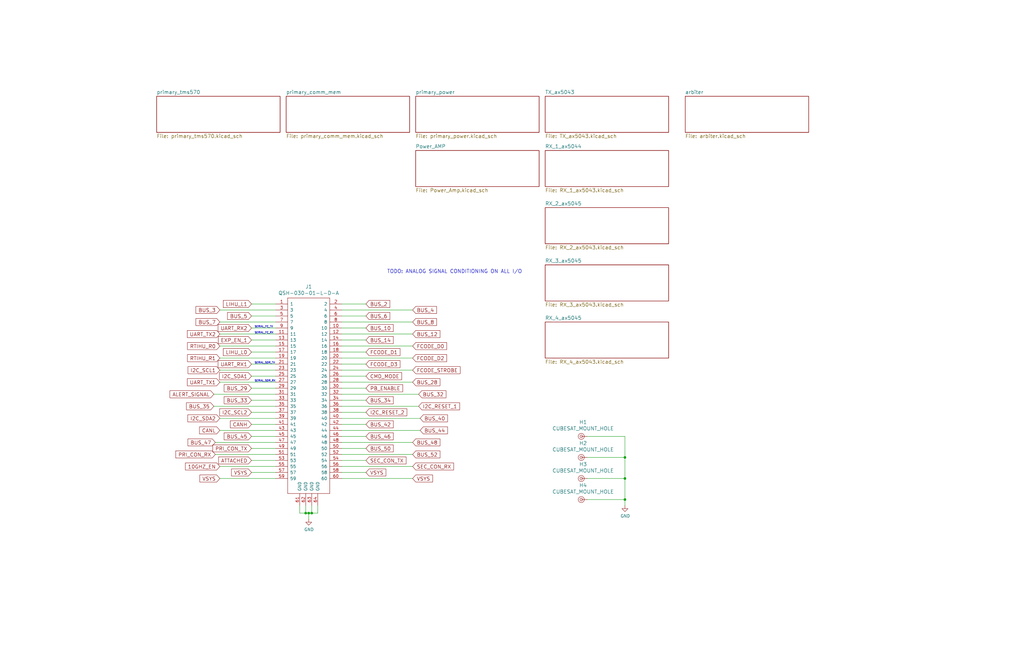
<source format=kicad_sch>
(kicad_sch (version 20211123) (generator eeschema)
  (paper "USLedger")
  (title_block (title "Radiation Tolerant Internal Housekeeping Unit (IHU)") (date "2019-12-23") (rev "1.1") (company "AMSAT-NA") (comment 1 "Z. Metzinger"))
  (lib_symbols
    (symbol "rtihu-rescue:CUBESAT_MOUNT_HOLE" (pin_numbers hide) (pin_names (offset 0) hide)
      (property "Reference" "H" (at 0 -3.302 0))
      (property "Value" "CUBESAT_MOUNT_HOLE" (at 0 6.35 0))
      (symbol "CUBESAT_MOUNT_HOLE_0_1"
        (circle (center 0 0) (radius 0.5588))
        (circle (center 0 0) (radius 1.27))
      )
      (symbol "CUBESAT_MOUNT_HOLE_1_1"
        (pin passive line (at 2.54 0 180) (length 2.54) (name "1") (number "1"))
      )
    )
    (symbol "rtihu-rescue:GND" (power) (pin_names (offset 0))
      (property "Value" "GND" (at 0 -3.81 0))
      (symbol "GND_0_1"
        (polyline (pts (xy 0 0) (xy 0 -1.27) (xy 1.27 -1.27) (xy 0 -2.54) (xy -1.27 -1.27) (xy 0 -1.27)))
      )
      (symbol "GND_1_1"
        (pin power_in line (at 0 0 270) (length 0) hide (name "GND") (number "1"))
      )
    )
    (symbol "rtihu-rescue:QSH-030-01-L-D-A" (pin_names (offset 1.016))
      (property "Reference" "J" (at 11.43 -41.91 0))
      (property "Value" "QSH-030-01-L-D-A" (at 0 41.91 0))
      (symbol "QSH-030-01-L-D-A_0_1"
        (rectangle (start -8.89 39.37) (end 8.89 -43.18))
      )
      (symbol "QSH-030-01-L-D-A_1_1"
        (pin passive line (at -13.97 36.83 0) (length 5.08) (name "1") (number "1"))
        (pin passive line (at 13.97 26.67 180) (length 5.08) (name "10") (number "10"))
        (pin passive line (at -13.97 24.13 0) (length 5.08) (name "11") (number "11"))
        (pin passive line (at 13.97 24.13 180) (length 5.08) (name "12") (number "12"))
        (pin passive line (at -13.97 21.59 0) (length 5.08) (name "13") (number "13"))
        (pin passive line (at 13.97 21.59 180) (length 5.08) (name "14") (number "14"))
        (pin passive line (at -13.97 19.05 0) (length 5.08) (name "15") (number "15"))
        (pin passive line (at 13.97 19.05 180) (length 5.08) (name "16") (number "16"))
        (pin passive line (at -13.97 16.51 0) (length 5.08) (name "17") (number "17"))
        (pin passive line (at 13.97 16.51 180) (length 5.08) (name "18") (number "18"))
        (pin passive line (at -13.97 13.97 0) (length 5.08) (name "19") (number "19"))
        (pin passive line (at 13.97 36.83 180) (length 5.08) (name "2") (number "2"))
        (pin passive line (at 13.97 13.97 180) (length 5.08) (name "20") (number "20"))
        (pin passive line (at -13.97 11.43 0) (length 5.08) (name "21") (number "21"))
        (pin passive line (at 13.97 11.43 180) (length 5.08) (name "22") (number "22"))
        (pin passive line (at -13.97 8.89 0) (length 5.08) (name "23") (number "23"))
        (pin passive line (at 13.97 8.89 180) (length 5.08) (name "24") (number "24"))
        (pin passive line (at -13.97 6.35 0) (length 5.08) (name "25") (number "25"))
        (pin passive line (at 13.97 6.35 180) (length 5.08) (name "26") (number "26"))
        (pin passive line (at -13.97 3.81 0) (length 5.08) (name "27") (number "27"))
        (pin passive line (at 13.97 3.81 180) (length 5.08) (name "28") (number "28"))
        (pin passive line (at -13.97 1.27 0) (length 5.08) (name "29") (number "29"))
        (pin passive line (at -13.97 34.29 0) (length 5.08) (name "3") (number "3"))
        (pin passive line (at 13.97 1.27 180) (length 5.08) (name "30") (number "30"))
        (pin passive line (at -13.97 -1.27 0) (length 5.08) (name "31") (number "31"))
        (pin passive line (at 13.97 -1.27 180) (length 5.08) (name "32") (number "32"))
        (pin passive line (at -13.97 -3.81 0) (length 5.08) (name "33") (number "33"))
        (pin passive line (at 13.97 -3.81 180) (length 5.08) (name "34") (number "34"))
        (pin passive line (at -13.97 -6.35 0) (length 5.08) (name "35") (number "35"))
        (pin passive line (at 13.97 -6.35 180) (length 5.08) (name "36") (number "36"))
        (pin passive line (at -13.97 -8.89 0) (length 5.08) (name "37") (number "37"))
        (pin passive line (at 13.97 -8.89 180) (length 5.08) (name "38") (number "38"))
        (pin passive line (at -13.97 -11.43 0) (length 5.08) (name "39") (number "39"))
        (pin passive line (at 13.97 34.29 180) (length 5.08) (name "4") (number "4"))
        (pin passive line (at 13.97 -11.43 180) (length 5.08) (name "40") (number "40"))
        (pin passive line (at -13.97 -13.97 0) (length 5.08) (name "41") (number "41"))
        (pin passive line (at 13.97 -13.97 180) (length 5.08) (name "42") (number "42"))
        (pin passive line (at -13.97 -16.51 0) (length 5.08) (name "43") (number "43"))
        (pin passive line (at 13.97 -16.51 180) (length 5.08) (name "44") (number "44"))
        (pin passive line (at -13.97 -19.05 0) (length 5.08) (name "45") (number "45"))
        (pin passive line (at 13.97 -19.05 180) (length 5.08) (name "46") (number "46"))
        (pin passive line (at -13.97 -21.59 0) (length 5.08) (name "47") (number "47"))
        (pin passive line (at 13.97 -21.59 180) (length 5.08) (name "48") (number "48"))
        (pin passive line (at -13.97 -24.13 0) (length 5.08) (name "49") (number "49"))
        (pin passive line (at -13.97 31.75 0) (length 5.08) (name "5") (number "5"))
        (pin passive line (at 13.97 -24.13 180) (length 5.08) (name "50") (number "50"))
        (pin passive line (at -13.97 -26.67 0) (length 5.08) (name "51") (number "51"))
        (pin passive line (at 13.97 -26.67 180) (length 5.08) (name "52") (number "52"))
        (pin passive line (at -13.97 -29.21 0) (length 5.08) (name "53") (number "53"))
        (pin passive line (at 13.97 -29.21 180) (length 5.08) (name "54") (number "54"))
        (pin passive line (at -13.97 -31.75 0) (length 5.08) (name "55") (number "55"))
        (pin passive line (at 13.97 -31.75 180) (length 5.08) (name "56") (number "56"))
        (pin passive line (at -13.97 -34.29 0) (length 5.08) (name "57") (number "57"))
        (pin passive line (at 13.97 -34.29 180) (length 5.08) (name "58") (number "58"))
        (pin passive line (at -13.97 -36.83 0) (length 5.08) (name "59") (number "59"))
        (pin passive line (at 13.97 31.75 180) (length 5.08) (name "6") (number "6"))
        (pin passive line (at 13.97 -36.83 180) (length 5.08) (name "60") (number "60"))
        (pin power_in line (at -3.81 -48.26 90) (length 5.08) (name "GND") (number "61"))
        (pin power_in line (at -1.27 -48.26 90) (length 5.08) (name "GND") (number "62"))
        (pin power_in line (at 1.27 -48.26 90) (length 5.08) (name "GND") (number "63"))
        (pin power_in line (at 3.81 -48.26 90) (length 5.08) (name "GND") (number "64"))
        (pin passive line (at -13.97 29.21 0) (length 5.08) (name "7") (number "7"))
        (pin passive line (at 13.97 29.21 180) (length 5.08) (name "8") (number "8"))
        (pin passive line (at -13.97 26.67 0) (length 5.08) (name "9") (number "9"))
      )
    )
  )
  (junction (at 263.525 201.93))
  (junction (at 128.905 216.535))
  (junction (at 130.175 216.535))
  (junction (at 131.445 216.535))
  (junction (at 263.525 210.82))
  (junction (at 263.525 193.04))
  (wire (pts (xy 90.805 186.69) (xy 116.205 186.69)))
  (wire (pts (xy 90.17 166.37) (xy 116.205 166.37)))
  (wire (pts (xy 173.99 191.77) (xy 144.145 191.77)))
  (wire (pts (xy 131.445 216.535) (xy 133.985 216.535)))
  (wire (pts (xy 92.71 140.97) (xy 116.205 140.97)))
  (wire (pts (xy 144.145 184.15) (xy 154.305 184.15)))
  (wire (pts (xy 144.145 138.43) (xy 154.305 138.43)))
  (wire (pts (xy 144.145 143.51) (xy 154.305 143.51)))
  (wire (pts (xy 92.71 151.13) (xy 116.205 151.13)))
  (wire (pts (xy 131.445 216.535) (xy 131.445 213.36)))
  (wire (pts (xy 247.65 201.93) (xy 263.525 201.93)))
  (wire (pts (xy 177.165 181.61) (xy 144.145 181.61)))
  (wire (pts (xy 247.65 210.82) (xy 263.525 210.82)))
  (wire (pts (xy 177.165 176.53) (xy 144.145 176.53)))
  (wire (pts (xy 173.99 135.89) (xy 144.145 135.89)))
  (wire (pts (xy 173.99 130.81) (xy 144.145 130.81)))
  (wire (pts (xy 92.71 201.93) (xy 116.205 201.93)))
  (wire (pts (xy 263.525 201.93) (xy 263.525 210.82)))
  (wire (pts (xy 106.045 189.23) (xy 116.205 189.23)))
  (wire (pts (xy 133.985 216.535) (xy 133.985 213.36)))
  (wire (pts (xy 144.145 179.07) (xy 154.305 179.07)))
  (wire (pts (xy 144.145 153.67) (xy 154.305 153.67)))
  (wire (pts (xy 144.145 194.31) (xy 154.305 194.31)))
  (wire (pts (xy 126.365 216.535) (xy 128.905 216.535)))
  (wire (pts (xy 116.205 173.99) (xy 106.045 173.99)))
  (wire (pts (xy 144.145 163.83) (xy 154.305 163.83)))
  (wire (pts (xy 116.205 184.15) (xy 106.045 184.15)))
  (wire (pts (xy 263.525 210.82) (xy 263.525 213.36)))
  (wire (pts (xy 173.99 186.69) (xy 144.145 186.69)))
  (wire (pts (xy 116.205 194.31) (xy 106.045 194.31)))
  (wire (pts (xy 90.17 171.45) (xy 116.205 171.45)))
  (wire (pts (xy 92.71 130.81) (xy 116.205 130.81)))
  (wire (pts (xy 144.145 148.59) (xy 154.305 148.59)))
  (wire (pts (xy 128.905 213.36) (xy 128.905 216.535)))
  (wire (pts (xy 92.71 146.05) (xy 116.205 146.05)))
  (wire (pts (xy 173.99 151.13) (xy 144.145 151.13)))
  (wire (pts (xy 263.525 184.15) (xy 263.525 193.04)))
  (wire (pts (xy 144.145 133.35) (xy 154.305 133.35)))
  (wire (pts (xy 130.175 216.535) (xy 130.175 219.075)))
  (wire (pts (xy 173.99 161.29) (xy 144.145 161.29)))
  (wire (pts (xy 116.205 163.83) (xy 106.045 163.83)))
  (wire (pts (xy 116.205 148.59) (xy 106.045 148.59)))
  (wire (pts (xy 92.71 181.61) (xy 116.205 181.61)))
  (wire (pts (xy 116.205 133.35) (xy 106.045 133.35)))
  (wire (pts (xy 144.145 158.75) (xy 154.305 158.75)))
  (wire (pts (xy 90.805 191.77) (xy 116.205 191.77)))
  (wire (pts (xy 173.99 156.21) (xy 144.145 156.21)))
  (wire (pts (xy 106.045 199.39) (xy 116.205 199.39)))
  (wire (pts (xy 247.65 193.04) (xy 263.525 193.04)))
  (wire (pts (xy 126.365 213.36) (xy 126.365 216.535)))
  (wire (pts (xy 92.71 176.53) (xy 116.205 176.53)))
  (wire (pts (xy 128.905 216.535) (xy 130.175 216.535)))
  (wire (pts (xy 92.71 196.85) (xy 116.205 196.85)))
  (wire (pts (xy 144.145 128.27) (xy 154.305 128.27)))
  (wire (pts (xy 116.205 168.91) (xy 106.045 168.91)))
  (wire (pts (xy 247.65 184.15) (xy 263.525 184.15)))
  (wire (pts (xy 263.525 193.04) (xy 263.525 201.93)))
  (wire (pts (xy 130.175 216.535) (xy 131.445 216.535)))
  (wire (pts (xy 116.205 158.75) (xy 106.045 158.75)))
  (wire (pts (xy 116.205 138.43) (xy 106.045 138.43)))
  (wire (pts (xy 116.205 179.07) (xy 106.045 179.07)))
  (wire (pts (xy 176.53 171.45) (xy 144.145 171.45)))
  (wire (pts (xy 92.71 161.29) (xy 116.205 161.29)))
  (wire (pts (xy 144.145 168.91) (xy 154.305 168.91)))
  (wire (pts (xy 116.205 143.51) (xy 106.045 143.51)))
  (wire (pts (xy 144.145 173.99) (xy 154.305 173.99)))
  (wire (pts (xy 116.205 128.27) (xy 106.045 128.27)))
  (wire (pts (xy 154.305 189.23) (xy 144.145 189.23)))
  (wire (pts (xy 116.205 153.67) (xy 106.045 153.67)))
  (wire (pts (xy 173.99 146.05) (xy 144.145 146.05)))
  (wire (pts (xy 154.305 199.39) (xy 144.145 199.39)))
  (wire (pts (xy 173.99 201.93) (xy 144.145 201.93)))
  (wire (pts (xy 176.53 166.37) (xy 144.145 166.37)))
  (wire (pts (xy 173.99 196.85) (xy 144.145 196.85)))
  (wire (pts (xy 173.99 140.97) (xy 144.145 140.97)))
  (wire (pts (xy 92.71 156.21) (xy 116.205 156.21)))
  (wire (pts (xy 92.71 135.89) (xy 116.205 135.89)))
  (text "SERIAL_SDR_RX" (at 107.315 161.29 0) (effects (font (size 0.762 0.762)) (justify left bottom)))
  (text "TODO: ANALOG SIGNAL CONDITIONING ON ALL I/O" (at 163.195 115.57 0) (effects (font (size 1.524 1.524)) (justify left bottom)))
  (text "SERIAL_FC_TX" (at 107.315 138.43 0) (effects (font (size 0.762 0.762)) (justify left bottom)))
  (text "SERIAL_FC_RX" (at 107.315 140.97 0) (effects (font (size 0.762 0.762)) (justify left bottom)))
  (text "SERIAL_SDR_TX" (at 107.315 153.67 0) (effects (font (size 0.762 0.762)) (justify left bottom)))
  (global_label "BUS_33" (shape input) (at 106.045 168.91 180) (effects (font (size 1.524 1.524))) (property "Intersheet References" "${INTERSHEET_REFS}" (effects hide)))
  (global_label "BUS_5" (shape input) (at 106.045 133.35 180) (effects (font (size 1.524 1.524))) (property "Intersheet References" "${INTERSHEET_REFS}" (effects hide)))
  (global_label "BUS_3" (shape input) (at 92.71 130.81 180) (effects (font (size 1.524 1.524))) (property "Intersheet References" "${INTERSHEET_REFS}" (effects hide)))
  (global_label "RTIHU_R0" (shape input) (at 92.71 146.05 180) (effects (font (size 1.524 1.524))) (property "Intersheet References" "${INTERSHEET_REFS}" (effects hide)))
  (global_label "ALERT_SIGNAL" (shape input) (at 90.17 166.37 180) (effects (font (size 1.524 1.524))) (property "Intersheet References" "${INTERSHEET_REFS}" (effects hide)))
  (global_label "VSYS" (shape input) (at 173.99 201.93 0) (effects (font (size 1.524 1.524))) (property "Intersheet References" "${INTERSHEET_REFS}" (effects hide)))
  (global_label "BUS_6" (shape input) (at 154.305 133.35 0) (effects (font (size 1.524 1.524))) (property "Intersheet References" "${INTERSHEET_REFS}" (effects hide)))
  (global_label "CANL" (shape input) (at 92.71 181.61 180) (effects (font (size 1.524 1.524))) (property "Intersheet References" "${INTERSHEET_REFS}" (effects hide)))
  (global_label "FCODE_D3" (shape input) (at 154.305 153.67 0) (effects (font (size 1.524 1.524))) (property "Intersheet References" "${INTERSHEET_REFS}" (effects hide)))
  (global_label "I2C_SDA1" (shape input) (at 106.045 158.75 180) (effects (font (size 1.524 1.524))) (property "Intersheet References" "${INTERSHEET_REFS}" (effects hide)))
  (global_label "VSYS" (shape input) (at 154.305 199.39 0) (effects (font (size 1.524 1.524))) (property "Intersheet References" "${INTERSHEET_REFS}" (effects hide)))
  (global_label "BUS_2" (shape input) (at 154.305 128.27 0) (effects (font (size 1.524 1.524))) (property "Intersheet References" "${INTERSHEET_REFS}" (effects hide)))
  (global_label "BUS_29" (shape input) (at 106.045 163.83 180) (effects (font (size 1.524 1.524))) (property "Intersheet References" "${INTERSHEET_REFS}" (effects hide)))
  (global_label "BUS_32" (shape input) (at 176.53 166.37 0) (effects (font (size 1.524 1.524))) (property "Intersheet References" "${INTERSHEET_REFS}" (effects hide)))
  (global_label "FCODE_D1" (shape input) (at 154.305 148.59 0) (effects (font (size 1.524 1.524))) (property "Intersheet References" "${INTERSHEET_REFS}" (effects hide)))
  (global_label "BUS_44" (shape input) (at 177.165 181.61 0) (effects (font (size 1.524 1.524))) (property "Intersheet References" "${INTERSHEET_REFS}" (effects hide)))
  (global_label "SEC_CON_RX" (shape input) (at 173.99 196.85 0) (effects (font (size 1.524 1.524))) (property "Intersheet References" "${INTERSHEET_REFS}" (effects hide)))
  (global_label "BUS_14" (shape input) (at 154.305 143.51 0) (effects (font (size 1.524 1.524))) (property "Intersheet References" "${INTERSHEET_REFS}" (effects hide)))
  (global_label "I2C_RESET_2" (shape input) (at 154.305 173.99 0) (effects (font (size 1.524 1.524))) (property "Intersheet References" "${INTERSHEET_REFS}" (effects hide)))
  (global_label "BUS_10" (shape input) (at 154.305 138.43 0) (effects (font (size 1.524 1.524))) (property "Intersheet References" "${INTERSHEET_REFS}" (effects hide)))
  (global_label "FCODE_D2" (shape input) (at 173.99 151.13 0) (effects (font (size 1.524 1.524))) (property "Intersheet References" "${INTERSHEET_REFS}" (effects hide)))
  (global_label "EXP_EN_1" (shape input) (at 106.045 143.51 180) (effects (font (size 1.524 1.524))) (property "Intersheet References" "${INTERSHEET_REFS}" (effects hide)))
  (global_label "UART_TX2" (shape input) (at 92.71 140.97 180) (effects (font (size 1.524 1.524))) (property "Intersheet References" "${INTERSHEET_REFS}" (effects hide)))
  (global_label "VSYS" (shape input) (at 106.045 199.39 180) (effects (font (size 1.524 1.524))) (property "Intersheet References" "${INTERSHEET_REFS}" (effects hide)))
  (global_label "PRI_CON_RX" (shape input) (at 90.805 191.77 180) (effects (font (size 1.524 1.524))) (property "Intersheet References" "${INTERSHEET_REFS}" (effects hide)))
  (global_label "FCODE_D0" (shape input) (at 173.99 146.05 0) (effects (font (size 1.524 1.524))) (property "Intersheet References" "${INTERSHEET_REFS}" (effects hide)))
  (global_label "CMD_MODE" (shape input) (at 154.305 158.75 0) (effects (font (size 1.524 1.524))) (property "Intersheet References" "${INTERSHEET_REFS}" (effects hide)))
  (global_label "I2C_SDA2" (shape input) (at 92.71 176.53 180) (effects (font (size 1.524 1.524))) (property "Intersheet References" "${INTERSHEET_REFS}" (effects hide)))
  (global_label "CANH" (shape input) (at 106.045 179.07 180) (effects (font (size 1.524 1.524))) (property "Intersheet References" "${INTERSHEET_REFS}" (effects hide)))
  (global_label "BUS_40" (shape input) (at 177.165 176.53 0) (effects (font (size 1.524 1.524))) (property "Intersheet References" "${INTERSHEET_REFS}" (effects hide)))
  (global_label "SEC_CON_TX" (shape input) (at 154.305 194.31 0) (effects (font (size 1.524 1.524))) (property "Intersheet References" "${INTERSHEET_REFS}" (effects hide)))
  (global_label "UART_RX1" (shape input) (at 106.045 153.67 180) (effects (font (size 1.524 1.524))) (property "Intersheet References" "${INTERSHEET_REFS}" (effects hide)))
  (global_label "BUS_52" (shape input) (at 173.99 191.77 0) (effects (font (size 1.524 1.524))) (property "Intersheet References" "${INTERSHEET_REFS}" (effects hide)))
  (global_label "BUS_7" (shape input) (at 92.71 135.89 180) (effects (font (size 1.524 1.524))) (property "Intersheet References" "${INTERSHEET_REFS}" (effects hide)))
  (global_label "PRI_CON_TX" (shape input) (at 106.045 189.23 180) (effects (font (size 1.524 1.524))) (property "Intersheet References" "${INTERSHEET_REFS}" (effects hide)))
  (global_label "BUS_46" (shape input) (at 154.305 184.15 0) (effects (font (size 1.524 1.524))) (property "Intersheet References" "${INTERSHEET_REFS}" (effects hide)))
  (global_label "VSYS" (shape input) (at 92.71 201.93 180) (effects (font (size 1.524 1.524))) (property "Intersheet References" "${INTERSHEET_REFS}" (effects hide)))
  (global_label "UART_RX2" (shape input) (at 106.045 138.43 180) (effects (font (size 1.524 1.524))) (property "Intersheet References" "${INTERSHEET_REFS}" (effects hide)))
  (global_label "BUS_34" (shape input) (at 154.305 168.91 0) (effects (font (size 1.524 1.524))) (property "Intersheet References" "${INTERSHEET_REFS}" (effects hide)))
  (global_label "PB_ENABLE" (shape input) (at 154.305 163.83 0) (effects (font (size 1.524 1.524))) (property "Intersheet References" "${INTERSHEET_REFS}" (effects hide)))
  (global_label "I2C_RESET_1" (shape input) (at 176.53 171.45 0) (effects (font (size 1.524 1.524))) (property "Intersheet References" "${INTERSHEET_REFS}" (effects hide)))
  (global_label "RTIHU_R1" (shape input) (at 92.71 151.13 180) (effects (font (size 1.524 1.524))) (property "Intersheet References" "${INTERSHEET_REFS}" (effects hide)))
  (global_label "UART_TX1" (shape input) (at 92.71 161.29 180) (effects (font (size 1.524 1.524))) (property "Intersheet References" "${INTERSHEET_REFS}" (effects hide)))
  (global_label "10GHZ_EN" (shape input) (at 92.71 196.85 180) (effects (font (size 1.524 1.524))) (property "Intersheet References" "${INTERSHEET_REFS}" (effects hide)))
  (global_label "BUS_12" (shape input) (at 173.99 140.97 0) (effects (font (size 1.524 1.524))) (property "Intersheet References" "${INTERSHEET_REFS}" (effects hide)))
  (global_label "I2C_SCL2" (shape input) (at 106.045 173.99 180) (effects (font (size 1.524 1.524))) (property "Intersheet References" "${INTERSHEET_REFS}" (effects hide)))
  (global_label "BUS_48" (shape input) (at 173.99 186.69 0) (effects (font (size 1.524 1.524))) (property "Intersheet References" "${INTERSHEET_REFS}" (effects hide)))
  (global_label "BUS_50" (shape input) (at 154.305 189.23 0) (effects (font (size 1.524 1.524))) (property "Intersheet References" "${INTERSHEET_REFS}" (effects hide)))
  (global_label "ATTACHED" (shape input) (at 106.045 194.31 180) (effects (font (size 1.524 1.524))) (property "Intersheet References" "${INTERSHEET_REFS}" (effects hide)))
  (global_label "BUS_4" (shape input) (at 173.99 130.81 0) (effects (font (size 1.524 1.524))) (property "Intersheet References" "${INTERSHEET_REFS}" (effects hide)))
  (global_label "BUS_47" (shape input) (at 90.805 186.69 180) (effects (font (size 1.524 1.524))) (property "Intersheet References" "${INTERSHEET_REFS}" (effects hide)))
  (global_label "LIHU_L1" (shape input) (at 106.045 128.27 180) (effects (font (size 1.524 1.524))) (property "Intersheet References" "${INTERSHEET_REFS}" (effects hide)))
  (global_label "BUS_42" (shape input) (at 154.305 179.07 0) (effects (font (size 1.524 1.524))) (property "Intersheet References" "${INTERSHEET_REFS}" (effects hide)))
  (global_label "LIHU_L0" (shape input) (at 106.045 148.59 180) (effects (font (size 1.524 1.524))) (property "Intersheet References" "${INTERSHEET_REFS}" (effects hide)))
  (global_label "BUS_35" (shape input) (at 90.17 171.45 180) (effects (font (size 1.524 1.524))) (property "Intersheet References" "${INTERSHEET_REFS}" (effects hide)))
  (global_label "I2C_SCL1" (shape input) (at 92.71 156.21 180) (effects (font (size 1.524 1.524))) (property "Intersheet References" "${INTERSHEET_REFS}" (effects hide)))
  (global_label "FCODE_STROBE" (shape input) (at 173.99 156.21 0) (effects (font (size 1.524 1.524))) (property "Intersheet References" "${INTERSHEET_REFS}" (effects hide)))
  (global_label "BUS_28" (shape input) (at 173.99 161.29 0) (effects (font (size 1.524 1.524))) (property "Intersheet References" "${INTERSHEET_REFS}" (effects hide)))
  (global_label "BUS_45" (shape input) (at 106.045 184.15 180) (effects (font (size 1.524 1.524))) (property "Intersheet References" "${INTERSHEET_REFS}" (effects hide)))
  (global_label "BUS_8" (shape input) (at 173.99 135.89 0) (effects (font (size 1.524 1.524))) (property "Intersheet References" "${INTERSHEET_REFS}" (effects hide)))
  (symbol (lib_id "rtihu-rescue:QSH-030-01-L-D-A") (at 130.175 165.1 0) (unit 1)
    (property "Reference" "J1" (at 130.175 120.9802 0) (effects (font (size 1.524 1.524))))
    (property "Value" "QSH-030-01-L-D-A" (at 130.175 123.6726 0) (effects (font (size 1.524 1.524))))
    (property "Footprint" "amsat_samtec:QSH-030-01-L-D-A" (effects hide))
  )
  (symbol (lib_id "rtihu-rescue:GND") (at 130.175 219.075 0) (unit 1)
    (property "Reference" "#PWR02" (effects hide))
    (property "Value" "GND" (at 130.302 223.4692 0))
  )
  (symbol (lib_id "rtihu-rescue:CUBESAT_MOUNT_HOLE") (at 245.11 184.15 0) (unit 1)
    (property "Reference" "H1" (at 245.8974 178.1302 0) (effects (font (size 1.524 1.524))))
    (property "Value" "CUBESAT_MOUNT_HOLE" (at 245.8974 180.8226 0) (effects (font (size 1.524 1.524))))
    (property "Footprint" "amsat_misc:CUBESAT_MOUNT_HOLE" (effects hide))
  )
  (symbol (lib_id "rtihu-rescue:CUBESAT_MOUNT_HOLE") (at 245.11 193.04 0) (unit 1)
    (property "Reference" "H2" (at 245.8974 187.0202 0) (effects (font (size 1.524 1.524))))
    (property "Value" "CUBESAT_MOUNT_HOLE" (at 245.8974 189.7126 0) (effects (font (size 1.524 1.524))))
    (property "Footprint" "amsat_misc:CUBESAT_MOUNT_HOLE" (effects hide))
  )
  (symbol (lib_id "rtihu-rescue:CUBESAT_MOUNT_HOLE") (at 245.11 201.93 0) (unit 1)
    (property "Reference" "H3" (at 245.8974 195.9102 0) (effects (font (size 1.524 1.524))))
    (property "Value" "CUBESAT_MOUNT_HOLE" (at 245.8974 198.6026 0) (effects (font (size 1.524 1.524))))
    (property "Footprint" "amsat_misc:CUBESAT_MOUNT_HOLE" (effects hide))
  )
  (symbol (lib_id "rtihu-rescue:CUBESAT_MOUNT_HOLE") (at 245.11 210.82 0) (unit 1)
    (property "Reference" "H4" (at 245.8974 204.8002 0) (effects (font (size 1.524 1.524))))
    (property "Value" "CUBESAT_MOUNT_HOLE" (at 245.8974 207.4926 0) (effects (font (size 1.524 1.524))))
    (property "Footprint" "amsat_misc:CUBESAT_MOUNT_HOLE" (effects hide))
  )
  (symbol (lib_id "rtihu-rescue:GND") (at 263.525 213.36 0) (unit 1)
    (property "Reference" "#PWR03" (effects hide))
    (property "Value" "GND" (at 263.652 217.7542 0))
  )
  (sheet (at 66.04 40.64) (size 52.07 15.24)
    (property "Sheet name" "primary_tms570" (at 66.04 39.8014 0) (effects (font (size 1.524 1.524)) (justify left bottom)))
    (property "Sheet file" "primary_tms570.kicad_sch" (at 66.04 56.5662 0) (effects (font (size 1.524 1.524)) (justify left top)))
  )
  (sheet (at 229.87 40.64) (size 52.07 15.24)
    (property "Sheet name" "TX_ax5043" (at 229.87 39.8014 0) (effects (font (size 1.524 1.524)) (justify left bottom)))
    (property "Sheet file" "TX_ax5043.kicad_sch" (at 229.87 56.5662 0) (effects (font (size 1.524 1.524)) (justify left top)))
  )
  (sheet (at 175.26 40.64) (size 52.07 15.24)
    (property "Sheet name" "primary_power" (at 175.26 39.8014 0) (effects (font (size 1.524 1.524)) (justify left bottom)))
    (property "Sheet file" "primary_power.kicad_sch" (at 175.26 56.5662 0) (effects (font (size 1.524 1.524)) (justify left top)))
  )
  (sheet (at 120.65 40.64) (size 52.07 15.24)
    (property "Sheet name" "primary_comm_mem" (at 120.65 39.8014 0) (effects (font (size 1.524 1.524)) (justify left bottom)))
    (property "Sheet file" "primary_comm_mem.kicad_sch" (at 120.65 56.5662 0) (effects (font (size 1.524 1.524)) (justify left top)))
  )
  (sheet (at 288.925 40.64) (size 52.07 15.24)
    (property "Sheet name" "arbiter" (at 288.925 39.8014 0) (effects (font (size 1.524 1.524)) (justify left bottom)))
    (property "Sheet file" "arbiter.kicad_sch" (at 288.925 56.5662 0) (effects (font (size 1.524 1.524)) (justify left top)))
  )
  (sheet (at 229.87 63.5) (size 52.07 15.24)
    (property "Sheet name" "RX_1_ax5044" (at 229.87 62.6614 0) (effects (font (size 1.524 1.524)) (justify left bottom)))
    (property "Sheet file" "RX_1_ax5043.kicad_sch" (at 229.87 79.4262 0) (effects (font (size 1.524 1.524)) (justify left top)))
  )
  (sheet (at 229.87 87.63) (size 52.07 15.24)
    (property "Sheet name" "RX_2_ax5045" (at 229.87 86.7914 0) (effects (font (size 1.524 1.524)) (justify left bottom)))
    (property "Sheet file" "RX_2_ax5043.kicad_sch" (at 229.87 103.5562 0) (effects (font (size 1.524 1.524)) (justify left top)))
  )
  (sheet (at 229.87 111.76) (size 52.07 15.24)
    (property "Sheet name" "RX_3_ax5045" (at 229.87 110.9214 0) (effects (font (size 1.524 1.524)) (justify left bottom)))
    (property "Sheet file" "RX_3_ax5043.kicad_sch" (at 229.87 127.6862 0) (effects (font (size 1.524 1.524)) (justify left top)))
  )
  (sheet (at 175.26 63.5) (size 52.07 15.24)
    (property "Sheet name" "Power_AMP" (at 175.26 62.6614 0) (effects (font (size 1.524 1.524)) (justify left bottom)))
    (property "Sheet file" "Power_Amp.kicad_sch" (at 175.26 79.4262 0) (effects (font (size 1.524 1.524)) (justify left top)))
  )
  (sheet (at 229.87 135.89) (size 52.07 15.24)
    (property "Sheet name" "RX_4_ax5045" (at 229.87 135.0514 0) (effects (font (size 1.524 1.524)) (justify left bottom)))
    (property "Sheet file" "RX_4_ax5043.kicad_sch" (at 229.87 151.8162 0) (effects (font (size 1.524 1.524)) (justify left top)))
  )
)
</source>
